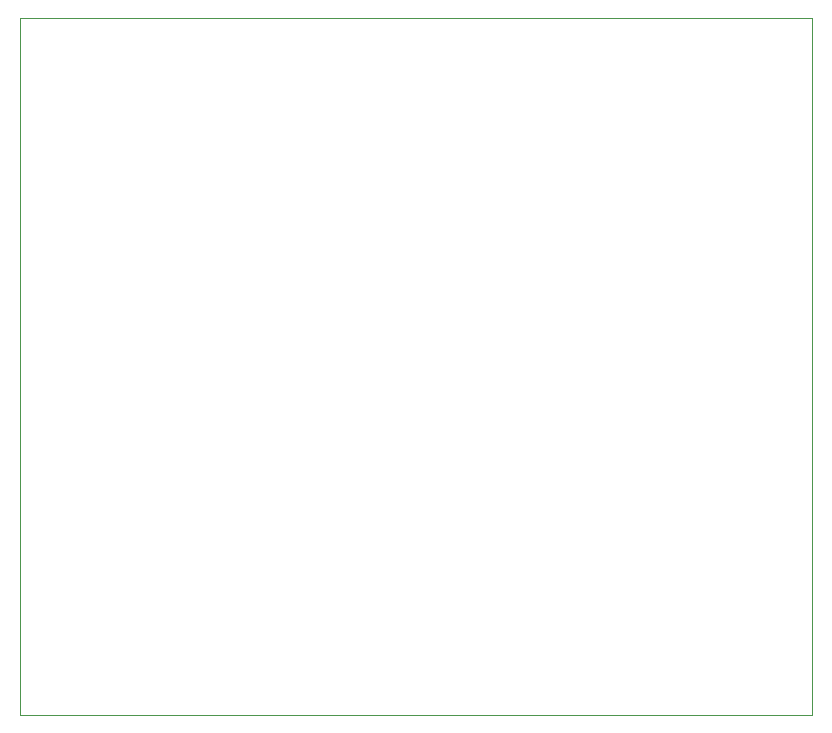
<source format=gm1>
%TF.GenerationSoftware,KiCad,Pcbnew,6.0.10-86aedd382b~118~ubuntu20.04.1*%
%TF.CreationDate,2023-01-03T11:24:15-05:00*%
%TF.ProjectId,touch_panel,746f7563-685f-4706-916e-656c2e6b6963,rev?*%
%TF.SameCoordinates,Original*%
%TF.FileFunction,Profile,NP*%
%FSLAX46Y46*%
G04 Gerber Fmt 4.6, Leading zero omitted, Abs format (unit mm)*
G04 Created by KiCad (PCBNEW 6.0.10-86aedd382b~118~ubuntu20.04.1) date 2023-01-03 11:24:15*
%MOMM*%
%LPD*%
G01*
G04 APERTURE LIST*
%TA.AperFunction,Profile*%
%ADD10C,0.100000*%
%TD*%
G04 APERTURE END LIST*
D10*
X115824000Y-75438000D02*
X182824000Y-75438000D01*
X182824000Y-75438000D02*
X182824000Y-134438000D01*
X182824000Y-134438000D02*
X115824000Y-134438000D01*
X115824000Y-134438000D02*
X115824000Y-75438000D01*
M02*

</source>
